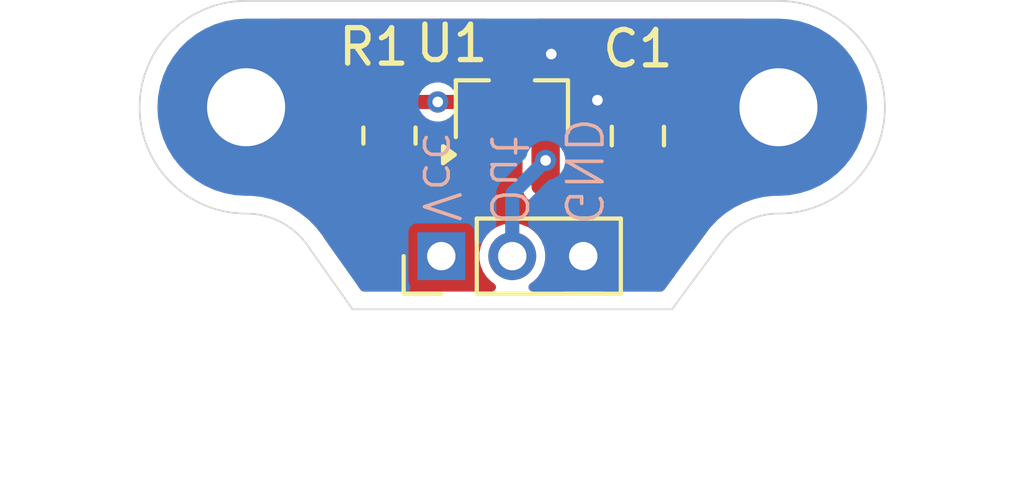
<source format=kicad_pcb>
(kicad_pcb (version 20241229) (generator "pcbnew") (generator_version "9.0")
  (layers (0 "F.Cu" signal) (2 "B.Cu" signal) (13 "F.Paste" user) (15 "B.Paste" user) (5 "F.SilkS" user "F.Silkscreen") (7 "B.SilkS" user "B.Silkscreen") (1 "F.Mask" user) (3 "B.Mask" user) (25 "Edge.Cuts" user))
  (net 0 "")
  (net 1 "GND")
  (net 2 "VCC")
  (net 3 "/Vout")
  (footprint "Capacitor_SMD:C_0805_2012Metric_Pad1.18x1.45mm_HandSolder" (layer "F.Cu") (at 121.04 90.8125 90)
    (property "Reference" "C1" (at 2.4625 0 180) (layer "F.SilkS"))
    (property "Value" ".47uF")
    (fp_line (start -0.261252 -0.735) (end 0.261252 -0.735) (stroke (width 0.12)) (layer "F.SilkS"))
    (fp_line (start -0.261252 0.735) (end 0.261252 0.735) (stroke (width 0.12)) (layer "F.SilkS"))
    (pad "1" smd roundrect (at -1.0375 0 90) (size 1.175 1.45) (layers "F.Cu" "F.Mask" "F.Paste") (roundrect_rratio 0.212766) (net 2 "VCC"))
    (pad "2" smd roundrect (at 1.0375 0 90) (size 1.175 1.45) (layers "F.Cu" "F.Mask" "F.Paste") (roundrect_rratio 0.212766) (net 1 "GND"))
  )
  (footprint "MountingHole:MountingHole_2.2mm_M2_Pad" (layer "F.Cu") (at 125 90)
    (property "Reference" "H2" (hide yes))
    (property "Value" "MountingHole_Pad")
    (pad "1" thru_hole circle (at 0 0) (size 4.4 4.4) (drill 2.2) (layers "*.Cu" "*.Mask") (net 1 "GND"))
  )
  (footprint "MountingHole:MountingHole_2.2mm_M2_Pad" (layer "F.Cu") (at 110 90)
    (property "Reference" "H1" (hide yes))
    (property "Value" "MountingHole_Pad")
    (pad "1" thru_hole circle (at 0 0) (size 4.4 4.4) (drill 2.2) (layers "*.Cu" "*.Mask") (net 1 "GND"))
  )
  (footprint "Resistor_SMD:R_0805_2012Metric_Pad1.20x1.40mm_HandSolder" (layer "F.Cu") (at 114.04 90.8 90)
    (property "Reference" "R1" (at 2.5 -0.44 180) (layer "F.SilkS"))
    (property "Value" "10k")
    (fp_line (start -0.227064 -0.735) (end 0.227064 -0.735) (stroke (width 0.12)) (layer "F.SilkS"))
    (fp_line (start -0.227064 0.735) (end 0.227064 0.735) (stroke (width 0.12)) (layer "F.SilkS"))
    (pad "1" smd roundrect (at -1 0 90) (size 1.2 1.4) (layers "F.Cu" "F.Mask" "F.Paste") (roundrect_rratio 0.208333) (net 2 "VCC"))
    (pad "2" smd roundrect (at 1 0 90) (size 1.2 1.4) (layers "F.Cu" "F.Mask" "F.Paste") (roundrect_rratio 0.208333) (net 3 "/Vout"))
  )
  (footprint "Package_TO_SOT_SMD:SOT-23_Handsoldering" (layer "F.Cu") (at 117.49 90 90)
    (property "Reference" "U1" (at 1.8 -1.69 180) (layer "F.SilkS"))
    (property "Value" "~")
    (fp_line (start 0.76 -1.58) (end 0.76 -0.65) (stroke (width 0.12)) (layer "F.SilkS"))
    (fp_line (start -0.04 -1.58) (end 0.76 -1.58) (stroke (width 0.12)) (layer "F.SilkS"))
    (fp_line (start -0.04 -1.58) (end -0.84 -1.58) (stroke (width 0.12)) (layer "F.SilkS"))
    (fp_line (start 0.76 1.58) (end 0.76 0.65) (stroke (width 0.12)) (layer "F.SilkS"))
    (fp_line (start 0.76 1.58) (end -0.7 1.58) (stroke (width 0.12)) (layer "F.SilkS"))
    (fp_poly (pts (xy -1.34 -1.61) (xy -1.58 -1.94) (xy -1.1 -1.94) (xy -1.34 -1.61)) (stroke (width 0.12)) (fill yes) (layer "F.SilkS"))
    (pad "1" smd roundrect (at -1.5 -0.95 90) (size 1.9 0.8) (layers "F.Cu" "F.Mask" "F.Paste") (net 2 "VCC"))
    (pad "2" smd roundrect (at -1.5 0.95 90) (size 1.9 0.8) (layers "F.Cu" "F.Mask" "F.Paste") (net 3 "/Vout"))
    (pad "3" smd roundrect (at 1.5 0 90) (size 1.9 0.8) (layers "F.Cu" "F.Mask" "F.Paste") (net 1 "GND"))
  )
  (footprint "Connector_PinHeader_2.00mm:PinHeader_1x03_P2.00mm_Vertical" (layer "F.Cu") (at 115.5 94.2 90)
    (property "Reference" "J1" (hide yes))
    (property "Value" "Conn_01x03_Pin")
    (fp_line (start -1.06 -1.06) (end 0 -1.06) (stroke (width 0.12)) (layer "F.SilkS"))
    (fp_line (start -1.06 0) (end -1.06 -1.06) (stroke (width 0.12)) (layer "F.SilkS"))
    (fp_line (start 1.06 1) (end 1.06 5.06) (stroke (width 0.12)) (layer "F.SilkS"))
    (fp_line (start -1.06 1) (end 1.06 1) (stroke (width 0.12)) (layer "F.SilkS"))
    (fp_line (start -1.06 1) (end -1.06 5.06) (stroke (width 0.12)) (layer "F.SilkS"))
    (fp_line (start -1.06 5.06) (end 1.06 5.06) (stroke (width 0.12)) (layer "F.SilkS"))
    (pad "1" thru_hole rect (at 0 0 90) (size 1.35 1.35) (drill 0.8) (layers "*.Cu" "*.Mask") (net 2 "VCC"))
    (pad "2" thru_hole oval (at 0 2 90) (size 1.35 1.35) (drill 0.8) (layers "*.Cu" "*.Mask") (net 3 "/Vout"))
    (pad "3" thru_hole oval (at 0 4 90) (size 1.35 1.35) (drill 0.8) (layers "*.Cu" "*.Mask") (net 1 "GND"))
  )
  (gr_line (start 123.4 93.8) (end 122 95.7) (stroke (width 0.05)) (layer "Edge.Cuts"))
  (gr_arc (start 123.4 93.8) (mid 124.105573 93.211146) (end 125 93) (stroke (width 0.05)) (layer "Edge.Cuts"))
  (gr_line (start 111.8 94) (end 113 95.7) (stroke (width 0.05)) (layer "Edge.Cuts"))
  (gr_line (start 113 95.7) (end 122 95.7) (stroke (width 0.05)) (layer "Edge.Cuts"))
  (gr_arc (start 110 93) (mid 107 90) (end 110 87) (stroke (width 0.05)) (layer "Edge.Cuts"))
  (gr_arc (start 125 87) (mid 128 90) (end 125 93) (stroke (width 0.05)) (layer "Edge.Cuts"))
  (gr_arc (start 110 93) (mid 111.029563 93.266787) (end 111.8 94) (stroke (width 0.05)) (layer "Edge.Cuts"))
  (gr_line (start 125 87) (end 110 87) (stroke (width 0.05)) (layer "Edge.Cuts"))
  (gr_text "Out" (at 116.8 93.4 270) (layer "B.SilkS") (effects (font (size 1 1) (thickness 0.1)) (justify left bottom mirror)))
  (gr_text "GND" (at 118.9 93.4 270) (layer "B.SilkS") (effects (font (size 1 1) (thickness 0.1)) (justify left bottom mirror)))
  (gr_text "Vcc" (at 114.9 93.3 270) (layer "B.SilkS") (effects (font (size 1 1) (thickness 0.1)) (justify left bottom mirror)))
  (segment (start 121.015 89.8) (end 121.04 89.775) (width 0.4) (layer "F.Cu") (net 1))
  (segment (start 117.49 88.5) (end 118.6 88.5) (width 0.4) (layer "F.Cu") (net 1))
  (segment (start 119.9 89.8) (end 121.015 89.8) (width 0.4) (layer "F.Cu") (net 1))
  (via (at 118.6 88.5) (size 0.6) (drill 0.3) (layers "F.Cu" "B.Cu") (net 1))
  (via (at 119.9 89.8) (size 0.6) (drill 0.3) (layers "F.Cu" "B.Cu") (net 1))
  (segment (start 114.091 89.851) (end 114.04 89.8) (width 0.4) (layer "F.Cu") (net 3))
  (segment (start 115.4 89.851) (end 114.091 89.851) (width 0.4) (layer "F.Cu") (net 3))
  (segment (start 118.051 89.851) (end 118.44 90.24) (width 0.4) (layer "F.Cu") (net 3))
  (segment (start 115.4 89.851) (end 118.051 89.851) (width 0.4) (layer "F.Cu") (net 3))
  (segment (start 118.44 90.24) (end 118.44 91.5) (width 0.4) (layer "F.Cu") (net 3))
  (via (at 118.44 91.5) (size 0.6) (drill 0.3) (layers "F.Cu" "B.Cu") (net 3))
  (via (at 115.4 89.851) (size 0.6) (drill 0.3) (layers "F.Cu" "B.Cu") (net 3))
  (segment (start 118.44 91.5) (end 117.5 92.44) (width 0.4) (layer "B.Cu") (net 3))
  (segment (start 117.5 92.44) (end 117.5 94.2) (width 0.4) (layer "B.Cu") (net 3))
  (zone (net 0) (net_name "") (layer "F.Cu") (priority 1) (connect_pads yes (clearance 0.25)) (min_thickness 0.25) (fill yes (thermal_gap 0.5) (thermal_bridge_width 0.5) (island_removal_mode 1) (island_area_min 10))
    (polygon (pts (xy 113.1 96.1) (xy 107 96.1) (xy 107 87) (xy 128 87) (xy 128 96.1) (xy 122.1 96.1) (xy 122.1 90.5) (xy 113.1 90.5)))
  )
  (zone (net 2) (net_name "VCC") (layer "F.Cu") (priority 2) (connect_pads yes (clearance 0.25)) (min_thickness 0.25) (fill yes (thermal_gap 0.5) (thermal_bridge_width 0.5) (island_removal_mode 1) (island_area_min 10))
    (polygon (pts (xy 122.1 96.1) (xy 122.1 90.5) (xy 113.1 90.5) (xy 113.1 96.1)))
  )
  (zone (net 1) (net_name "GND") (layer "B.Cu") (connect_pads yes (clearance 0.25)) (min_thickness 0.25) (fill yes (thermal_gap 0.5) (thermal_bridge_width 0.5))
    (polygon (pts (xy 128 96.1) (xy 128 87) (xy 107 87) (xy 107 96.1)))
  )
)
</source>
